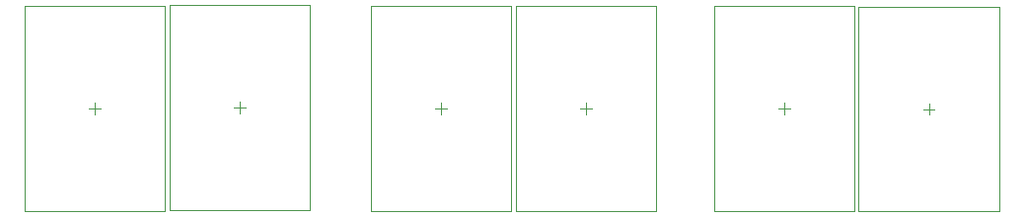
<source format=gbr>
%TF.GenerationSoftware,Altium Limited,Altium Designer,19.0.10 (269)*%
G04 Layer_Color=32768*
%FSLAX26Y26*%
%MOIN*%
%TF.FileFunction,Other,Courtyard_Top*%
%TF.Part,Single*%
G01*
G75*
%TA.AperFunction,NonConductor*%
%ADD79C,0.003937*%
%ADD99C,0.001968*%
D79*
X-1429685Y700000D02*
X-1390315D01*
X-1410000Y680315D02*
Y719685D01*
X-939685Y702543D02*
X-900315D01*
X-920000Y682858D02*
Y722228D01*
X-259685Y700000D02*
X-220315D01*
X-240000Y680315D02*
Y719685D01*
X230315Y700000D02*
X269685D01*
X250000Y680315D02*
Y719685D01*
X1388315Y698000D02*
X1427685D01*
X1408000Y678315D02*
Y717685D01*
X900315Y700000D02*
X939685D01*
X920000Y680315D02*
Y719685D01*
D99*
X-1172795Y353543D02*
Y1046457D01*
X-1647205Y353543D02*
Y1046457D01*
X-1172795D01*
X-1647205Y353543D02*
X-1172795D01*
X-1157205Y356087D02*
Y1049000D01*
X-682795Y356087D02*
Y1049000D01*
X-1157205Y356087D02*
X-682795D01*
X-1157205Y1049000D02*
X-682795D01*
X-477205Y353543D02*
Y1046457D01*
X-2795Y353543D02*
Y1046457D01*
X-477205Y353543D02*
X-2795D01*
X-477205Y1046457D02*
X-2795D01*
X487205Y353543D02*
Y1046457D01*
X12795Y353543D02*
Y1046457D01*
X487205D01*
X12795Y353543D02*
X487205D01*
X1170795Y351543D02*
Y1044457D01*
X1645205Y351543D02*
Y1044457D01*
X1170795Y351543D02*
X1645205D01*
X1170795Y1044457D02*
X1645205D01*
X1157205Y353543D02*
Y1046457D01*
X682795Y353543D02*
Y1046457D01*
X1157205D01*
X682795Y353543D02*
X1157205D01*
%TF.MD5,d4dfcac83a4f6a05be1c523c52afe877*%
M02*

</source>
